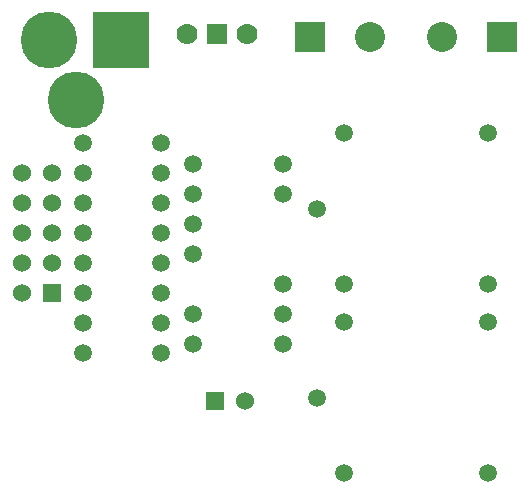
<source format=gbs>
G04 (created by PCBNEW (2013-may-18)-stable) date dim 05 jun 2016 14:26:50 CEST*
%MOIN*%
G04 Gerber Fmt 3.4, Leading zero omitted, Abs format*
%FSLAX34Y34*%
G01*
G70*
G90*
G04 APERTURE LIST*
%ADD10C,0.00590551*%
%ADD11R,0.06X0.06*%
%ADD12C,0.06*%
%ADD13C,0.0590551*%
%ADD14R,0.1X0.1*%
%ADD15C,0.1*%
%ADD16C,0.07*%
%ADD17R,0.07X0.07*%
%ADD18C,0.189*%
%ADD19R,0.189X0.189*%
G04 APERTURE END LIST*
G54D10*
G54D11*
X16200Y-20650D03*
G54D12*
X15200Y-20650D03*
X16200Y-19650D03*
X15200Y-19650D03*
X16200Y-18650D03*
X15200Y-18650D03*
X16200Y-17650D03*
X15200Y-17650D03*
X16200Y-16650D03*
X15200Y-16650D03*
G54D13*
X25052Y-17848D03*
X30761Y-20348D03*
X25958Y-20348D03*
X25958Y-15309D03*
X30761Y-15309D03*
G54D14*
X24800Y-12100D03*
G54D15*
X26800Y-12100D03*
G54D13*
X23900Y-17350D03*
X23900Y-16350D03*
X23900Y-20350D03*
X23900Y-21350D03*
X23900Y-22350D03*
X20900Y-22350D03*
X20900Y-21350D03*
X20900Y-19350D03*
X20900Y-18350D03*
X20900Y-17350D03*
X20900Y-16350D03*
X25052Y-24148D03*
X30761Y-26648D03*
X25958Y-26648D03*
X25958Y-21609D03*
X30761Y-21609D03*
G54D11*
X21650Y-24250D03*
G54D12*
X22650Y-24250D03*
G54D16*
X20700Y-12000D03*
G54D17*
X21700Y-12000D03*
G54D16*
X22700Y-12000D03*
G54D18*
X16100Y-12200D03*
G54D19*
X18500Y-12200D03*
G54D18*
X17000Y-14200D03*
G54D14*
X31200Y-12100D03*
G54D15*
X29200Y-12100D03*
G54D13*
X17250Y-15650D03*
X17250Y-16650D03*
X17250Y-17650D03*
X17250Y-18650D03*
X17250Y-19650D03*
X17250Y-21650D03*
X17250Y-22650D03*
X19850Y-22650D03*
X19850Y-21650D03*
X19850Y-20650D03*
X19850Y-19650D03*
X19850Y-18650D03*
X19850Y-17650D03*
X19850Y-16650D03*
X19850Y-15650D03*
X17250Y-20650D03*
M02*

</source>
